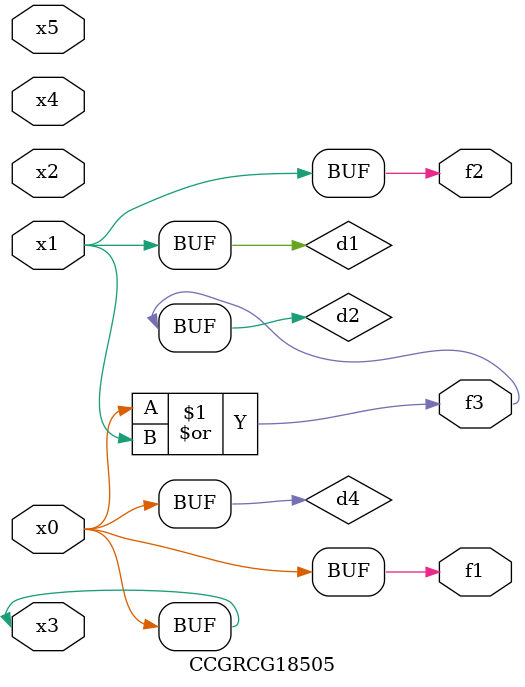
<source format=v>
module CCGRCG18505(
	input x0, x1, x2, x3, x4, x5,
	output f1, f2, f3
);

	wire d1, d2, d3, d4;

	and (d1, x1);
	or (d2, x0, x1);
	nand (d3, x0, x5);
	buf (d4, x0, x3);
	assign f1 = d4;
	assign f2 = d1;
	assign f3 = d2;
endmodule

</source>
